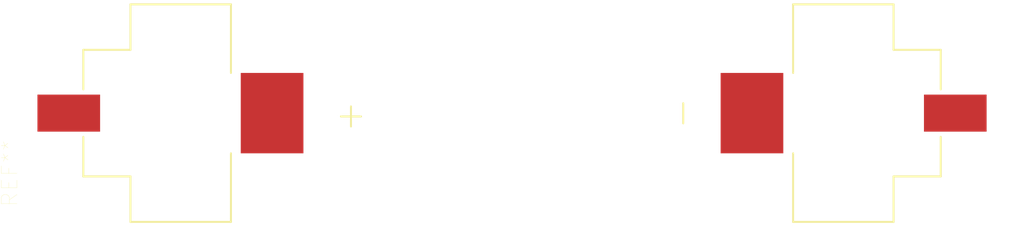
<source format=kicad_pcb>
(kicad_pcb (version 20210424) (generator pcbnew)
  (layers (0 "F.Cu" signal) (31 "B.Cu" signal) (34 "B.Paste" user) (35 "F.Paste" user) (36 "B.SilkS" user "B.Silkscreen") (37 "F.SilkS" user "F.Silkscreen") (38 "B.Mask" user) (39 "F.Mask" user) (44 "Edge.Cuts" user))
  (net 0 "")
  (footprint "BK-53:BAT_BK-53" (layer "F.Cu") (at 180.2 97.3 90)
    (fp_text reference "REF**" (at -3.81 -31.75 90) (layer "F.SilkS") (effects (font (thickness 0.015))))
    (fp_text value "BAT_BK-53")
    (fp_line (start -6.875 -24.115) (end -6.875 -17.765) (layer "F.SilkS") (width 0.127))
    (fp_line (start -4 24.115) (end -4 27.095) (layer "F.SilkS") (width 0.127))
    (fp_line (start 1.5 27.095) (end 4 27.095) (layer "F.SilkS") (width 0.127))
    (fp_line (start 6.875 -24.115) (end 4 -24.115) (layer "F.SilkS") (width 0.127))
    (fp_line (start -0.845 -10.18) (end 0.425 -10.18) (layer "F.SilkS") (width 0.127))
    (fp_line (start -0.645 10.82) (end 0.625 10.82) (layer "F.SilkS") (width 0.127))
    (fp_line (start -4 -27.095) (end -4 -24.115) (layer "F.SilkS") (width 0.127))
    (fp_line (start 6.875 24.115) (end 6.875 17.765) (layer "F.SilkS") (width 0.127))
    (fp_line (start 4 27.095) (end 4 24.115) (layer "F.SilkS") (width 0.127))
    (fp_line (start 4 -27.095) (end 1.5 -27.095) (layer "F.SilkS") (width 0.127))
    (fp_line (start 6.875 -17.765) (end 6.875 -24.115) (layer "F.SilkS") (width 0.127))
    (fp_line (start -2.54 17.765) (end -6.875 17.765) (layer "F.SilkS") (width 0.127))
    (fp_line (start -6.875 17.765) (end -6.875 24.115) (layer "F.SilkS") (width 0.127))
    (fp_line (start -4 27.095) (end -1.5 27.095) (layer "F.SilkS") (width 0.127))
    (fp_line (start -1.5 -27.095) (end -4 -27.095) (layer "F.SilkS") (width 0.127))
    (fp_line (start 2.54 -17.765) (end 6.875 -17.765) (layer "F.SilkS") (width 0.127))
    (fp_line (start 4 24.115) (end 6.875 24.115) (layer "F.SilkS") (width 0.127))
    (fp_line (start -6.875 24.115) (end -4 24.115) (layer "F.SilkS") (width 0.127))
    (fp_line (start -0.21 -10.815) (end -0.21 -9.545) (layer "F.SilkS") (width 0.127))
    (fp_line (start -6.875 -17.765) (end -2.54 -17.765) (layer "F.SilkS") (width 0.127))
    (fp_line (start 4 -24.115) (end 4 -27.095) (layer "F.SilkS") (width 0.127))
    (fp_line (start -4 -24.115) (end -6.875 -24.115) (layer "F.SilkS") (width 0.127))
    (fp_line (start 6.875 17.765) (end 2.54 17.765) (layer "F.SilkS") (width 0.127))
    (pad "1" smd rect locked (at 0 15.165 90) (size 5.08 3.96) (layers "F.Cu" "F.Paste" "F.Mask"))
    (pad "1+" smd rect locked (at 0 -28.015 90) (size 2.34 3.96) (layers "F.Cu" "F.Paste" "F.Mask"))
    (pad "2" smd rect locked (at 0 28.015 90) (size 2.34 3.96) (layers "F.Cu" "F.Paste" "F.Mask"))
    (pad "2+" smd rect locked (at 0 -15.165 90) (size 5.08 3.96) (layers "F.Cu" "F.Paste" "F.Mask"))
  )
)
</source>
